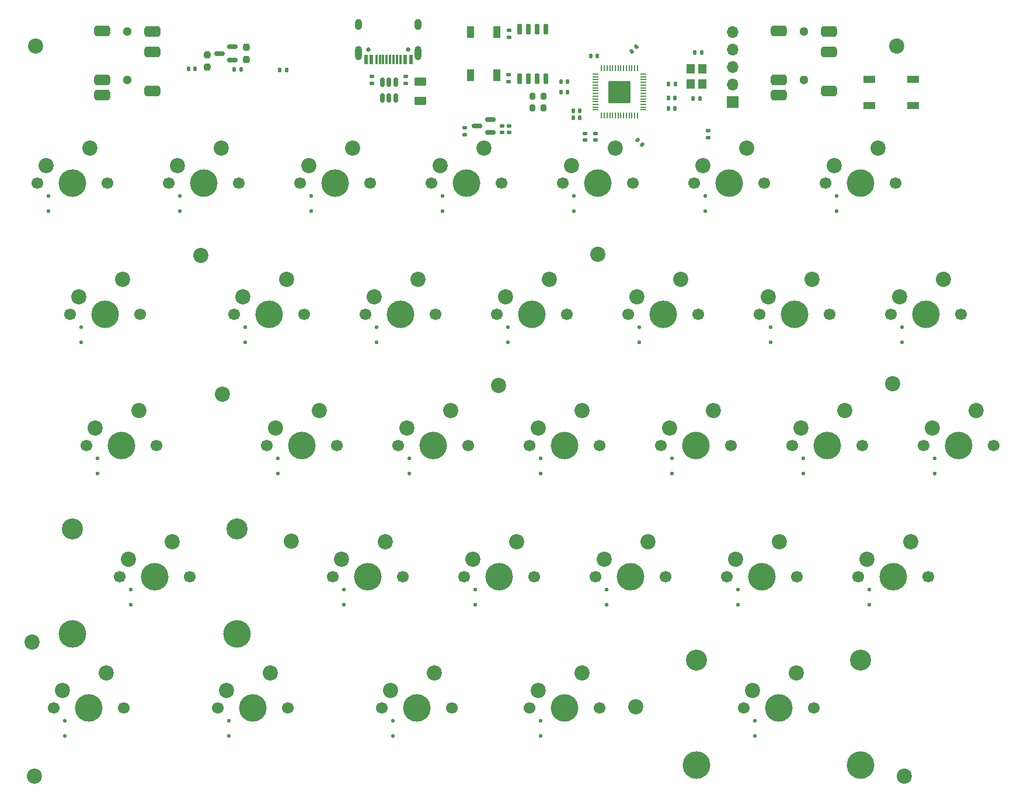
<source format=gbr>
%TF.GenerationSoftware,KiCad,Pcbnew,7.0.9*%
%TF.CreationDate,2024-01-14T19:33:28+01:00*%
%TF.ProjectId,left_pcb,6c656674-5f70-4636-922e-6b696361645f,rev?*%
%TF.SameCoordinates,Original*%
%TF.FileFunction,Soldermask,Bot*%
%TF.FilePolarity,Negative*%
%FSLAX46Y46*%
G04 Gerber Fmt 4.6, Leading zero omitted, Abs format (unit mm)*
G04 Created by KiCad (PCBNEW 7.0.9) date 2024-01-14 19:33:28*
%MOMM*%
%LPD*%
G01*
G04 APERTURE LIST*
G04 Aperture macros list*
%AMRoundRect*
0 Rectangle with rounded corners*
0 $1 Rounding radius*
0 $2 $3 $4 $5 $6 $7 $8 $9 X,Y pos of 4 corners*
0 Add a 4 corners polygon primitive as box body*
4,1,4,$2,$3,$4,$5,$6,$7,$8,$9,$2,$3,0*
0 Add four circle primitives for the rounded corners*
1,1,$1+$1,$2,$3*
1,1,$1+$1,$4,$5*
1,1,$1+$1,$6,$7*
1,1,$1+$1,$8,$9*
0 Add four rect primitives between the rounded corners*
20,1,$1+$1,$2,$3,$4,$5,0*
20,1,$1+$1,$4,$5,$6,$7,0*
20,1,$1+$1,$6,$7,$8,$9,0*
20,1,$1+$1,$8,$9,$2,$3,0*%
G04 Aperture macros list end*
%ADD10C,1.700000*%
%ADD11C,4.000000*%
%ADD12C,2.200000*%
%ADD13R,1.700000X1.700000*%
%ADD14O,1.700000X1.700000*%
%ADD15C,3.050000*%
%ADD16RoundRect,0.125000X0.125000X-0.125000X0.125000X0.125000X-0.125000X0.125000X-0.125000X-0.125000X0*%
%ADD17RoundRect,0.140000X-0.140000X-0.170000X0.140000X-0.170000X0.140000X0.170000X-0.140000X0.170000X0*%
%ADD18RoundRect,0.237500X-0.237500X0.250000X-0.237500X-0.250000X0.237500X-0.250000X0.237500X0.250000X0*%
%ADD19RoundRect,0.140000X-0.170000X0.140000X-0.170000X-0.140000X0.170000X-0.140000X0.170000X0.140000X0*%
%ADD20C,1.300000*%
%ADD21RoundRect,0.400000X0.750000X0.400000X-0.750000X0.400000X-0.750000X-0.400000X0.750000X-0.400000X0*%
%ADD22RoundRect,0.140000X0.140000X0.170000X-0.140000X0.170000X-0.140000X-0.170000X0.140000X-0.170000X0*%
%ADD23RoundRect,0.135000X-0.185000X0.135000X-0.185000X-0.135000X0.185000X-0.135000X0.185000X0.135000X0*%
%ADD24RoundRect,0.150000X0.587500X0.150000X-0.587500X0.150000X-0.587500X-0.150000X0.587500X-0.150000X0*%
%ADD25RoundRect,0.140000X-0.219203X-0.021213X-0.021213X-0.219203X0.219203X0.021213X0.021213X0.219203X0*%
%ADD26RoundRect,0.200000X-0.200000X-0.275000X0.200000X-0.275000X0.200000X0.275000X-0.200000X0.275000X0*%
%ADD27RoundRect,0.140000X0.170000X-0.140000X0.170000X0.140000X-0.170000X0.140000X-0.170000X-0.140000X0*%
%ADD28R,1.700000X1.000000*%
%ADD29C,0.650000*%
%ADD30R,0.600000X1.450000*%
%ADD31R,0.300000X1.450000*%
%ADD32O,1.000000X1.600000*%
%ADD33O,1.000000X2.100000*%
%ADD34R,1.000000X1.700000*%
%ADD35R,1.200000X1.400000*%
%ADD36RoundRect,0.250000X-0.625000X0.375000X-0.625000X-0.375000X0.625000X-0.375000X0.625000X0.375000X0*%
%ADD37RoundRect,0.050000X-0.050000X0.387500X-0.050000X-0.387500X0.050000X-0.387500X0.050000X0.387500X0*%
%ADD38RoundRect,0.050000X-0.387500X0.050000X-0.387500X-0.050000X0.387500X-0.050000X0.387500X0.050000X0*%
%ADD39RoundRect,0.144000X-1.456000X1.456000X-1.456000X-1.456000X1.456000X-1.456000X1.456000X1.456000X0*%
%ADD40RoundRect,0.135000X0.135000X0.185000X-0.135000X0.185000X-0.135000X-0.185000X0.135000X-0.185000X0*%
%ADD41RoundRect,0.150000X-0.150000X0.650000X-0.150000X-0.650000X0.150000X-0.650000X0.150000X0.650000X0*%
%ADD42RoundRect,0.237500X0.237500X-0.250000X0.237500X0.250000X-0.237500X0.250000X-0.237500X-0.250000X0*%
%ADD43RoundRect,0.135000X0.185000X-0.135000X0.185000X0.135000X-0.185000X0.135000X-0.185000X-0.135000X0*%
%ADD44RoundRect,0.140000X0.021213X-0.219203X0.219203X-0.021213X-0.021213X0.219203X-0.219203X0.021213X0*%
%ADD45RoundRect,0.150000X0.150000X-0.512500X0.150000X0.512500X-0.150000X0.512500X-0.150000X-0.512500X0*%
G04 APERTURE END LIST*
D10*
%TO.C,SW12*%
X-10083100Y-62620000D03*
D11*
X-5003100Y-62620000D03*
D10*
X76900Y-62620000D03*
D12*
X-2463100Y-57540000D03*
X-8813100Y-60080000D03*
%TD*%
D13*
%TO.C,J2*%
X43137218Y-31770000D03*
D14*
X43137218Y-29230000D03*
X43137218Y-26690000D03*
X43137218Y-24150000D03*
X43137218Y-21610000D03*
%TD*%
D10*
%TO.C,SW20*%
X13729400Y-119770000D03*
D11*
X18809400Y-119770000D03*
D10*
X23889400Y-119770000D03*
D12*
X21349400Y-114690000D03*
X14999400Y-117230000D03*
%TD*%
D10*
%TO.C,SW31*%
X66116900Y-62620000D03*
D11*
X71196900Y-62620000D03*
D10*
X76276900Y-62620000D03*
D12*
X73736900Y-57540000D03*
X67386900Y-60080000D03*
%TD*%
D10*
%TO.C,SW27*%
X47066900Y-62620000D03*
D11*
X52146900Y-62620000D03*
D10*
X57226900Y-62620000D03*
D12*
X54686900Y-57540000D03*
X48336900Y-60080000D03*
%TD*%
%TO.C,REF\u002A\u002A*%
X68050000Y-129655600D03*
%TD*%
%TO.C,REF\u002A\u002A*%
X-33950000Y-54050000D03*
%TD*%
D15*
%TO.C,SW4*%
X-52547500Y-93720000D03*
D11*
X-52547500Y-108960000D03*
D10*
X-45727500Y-100720000D03*
D11*
X-40647500Y-100720000D03*
D10*
X-35567500Y-100720000D03*
D15*
X-28747500Y-93720000D03*
D11*
X-28747500Y-108960000D03*
D12*
X-38107500Y-95640000D03*
X-44457500Y-98180000D03*
%TD*%
D10*
%TO.C,SW7*%
X-29133100Y-62620000D03*
D11*
X-24053100Y-62620000D03*
D10*
X-18973100Y-62620000D03*
D12*
X-21513100Y-57540000D03*
X-27863100Y-60080000D03*
%TD*%
D10*
%TO.C,SW6*%
X-38658100Y-43570000D03*
D11*
X-33578100Y-43570000D03*
D10*
X-28498100Y-43570000D03*
D12*
X-31038100Y-38490000D03*
X-37388100Y-41030000D03*
%TD*%
D10*
%TO.C,SW26*%
X37541900Y-43570000D03*
D11*
X42621900Y-43570000D03*
D10*
X47701900Y-43570000D03*
D12*
X45161900Y-38490000D03*
X38811900Y-41030000D03*
%TD*%
%TO.C,REF\u002A\u002A*%
X-30800000Y-74200000D03*
%TD*%
D10*
%TO.C,SW29*%
X61354400Y-100720000D03*
D11*
X66434400Y-100720000D03*
D10*
X71514400Y-100720000D03*
D12*
X68974400Y-95640000D03*
X62624400Y-98180000D03*
%TD*%
D10*
%TO.C,SW2*%
X-52945100Y-62620000D03*
D11*
X-47865100Y-62620000D03*
D10*
X-42785100Y-62620000D03*
D12*
X-45325100Y-57540000D03*
X-51675100Y-60080000D03*
%TD*%
D10*
%TO.C,SW15*%
X-7702100Y-119770000D03*
D11*
X-2622100Y-119770000D03*
D10*
X2457900Y-119770000D03*
D12*
X-82100Y-114690000D03*
X-6432100Y-117230000D03*
%TD*%
D10*
%TO.C,SW17*%
X8966900Y-62620000D03*
D11*
X14046900Y-62620000D03*
D10*
X19126900Y-62620000D03*
D12*
X16586900Y-57540000D03*
X10236900Y-60080000D03*
%TD*%
%TO.C,REF\u002A\u002A*%
X29150000Y-119600000D03*
%TD*%
D10*
%TO.C,SW1*%
X-57708100Y-43570000D03*
D11*
X-52628100Y-43570000D03*
D10*
X-47548100Y-43570000D03*
D12*
X-50088100Y-38490000D03*
X-56438100Y-41030000D03*
%TD*%
D10*
%TO.C,SW11*%
X-19608100Y-43570000D03*
D11*
X-14528100Y-43570000D03*
D10*
X-9448100Y-43570000D03*
D12*
X-11988100Y-38490000D03*
X-18338100Y-41030000D03*
%TD*%
D10*
%TO.C,SW21*%
X18491900Y-43570000D03*
D11*
X23571900Y-43570000D03*
D10*
X28651900Y-43570000D03*
D12*
X26111900Y-38490000D03*
X19761900Y-41030000D03*
%TD*%
%TO.C,REF\u002A\u002A*%
X-20800000Y-95550000D03*
%TD*%
%TO.C,REF\u002A\u002A*%
X66999600Y-23655600D03*
%TD*%
%TO.C,REF\u002A\u002A*%
X-58450000Y-110155600D03*
%TD*%
D10*
%TO.C,SW13*%
X-5320600Y-81670000D03*
D11*
X-240600Y-81670000D03*
D10*
X4839400Y-81670000D03*
D12*
X2299400Y-76590000D03*
X-4050600Y-79130000D03*
%TD*%
%TO.C,REF\u002A\u002A*%
X66400000Y-72655600D03*
%TD*%
%TO.C,REF\u002A\u002A*%
X-57950400Y-23655600D03*
%TD*%
D10*
%TO.C,SW10*%
X-31514600Y-119770000D03*
D11*
X-26434600Y-119770000D03*
D10*
X-21354600Y-119770000D03*
D12*
X-23894600Y-114690000D03*
X-30244600Y-117230000D03*
%TD*%
D10*
%TO.C,SW19*%
X23254400Y-100720000D03*
D11*
X28334400Y-100720000D03*
D10*
X33414400Y-100720000D03*
D12*
X30874400Y-95640000D03*
X24524400Y-98180000D03*
%TD*%
D10*
%TO.C,SW18*%
X13729400Y-81670000D03*
D11*
X18809400Y-81670000D03*
D10*
X23889400Y-81670000D03*
D12*
X21349400Y-76590000D03*
X14999400Y-79130000D03*
%TD*%
D10*
%TO.C,SW30*%
X56591900Y-43570000D03*
D11*
X61671900Y-43570000D03*
D10*
X66751900Y-43570000D03*
D12*
X64211900Y-38490000D03*
X57861900Y-41030000D03*
%TD*%
D10*
%TO.C,SW9*%
X-14845600Y-100720000D03*
D11*
X-9765600Y-100720000D03*
D10*
X-4685600Y-100720000D03*
D12*
X-7225600Y-95640000D03*
X-13575600Y-98180000D03*
%TD*%
D10*
%TO.C,SW16*%
X-558100Y-43570000D03*
D11*
X4521900Y-43570000D03*
D10*
X9601900Y-43570000D03*
D12*
X7061900Y-38490000D03*
X711900Y-41030000D03*
%TD*%
D10*
%TO.C,SW22*%
X28016900Y-62620000D03*
D11*
X33096900Y-62620000D03*
D10*
X38176900Y-62620000D03*
D12*
X35636900Y-57540000D03*
X29286900Y-60080000D03*
%TD*%
D15*
%TO.C,SW25*%
X37940000Y-112770000D03*
D11*
X37940000Y-128010000D03*
D10*
X44760000Y-119770000D03*
D11*
X49840000Y-119770000D03*
D10*
X54920000Y-119770000D03*
D15*
X61740000Y-112770000D03*
D11*
X61740000Y-128010000D03*
D12*
X52380000Y-114690000D03*
X46030000Y-117230000D03*
%TD*%
D10*
%TO.C,SW28*%
X51829400Y-81670000D03*
D11*
X56909400Y-81670000D03*
D10*
X61989400Y-81670000D03*
D12*
X59449400Y-76590000D03*
X53099400Y-79130000D03*
%TD*%
D10*
%TO.C,SW23*%
X32779400Y-81670000D03*
D11*
X37859400Y-81670000D03*
D10*
X42939400Y-81670000D03*
D12*
X40399400Y-76590000D03*
X34049400Y-79130000D03*
%TD*%
%TO.C,REF\u002A\u002A*%
X-58050400Y-129655600D03*
%TD*%
D10*
%TO.C,SW8*%
X-24370600Y-81670000D03*
D11*
X-19290600Y-81670000D03*
D10*
X-14210600Y-81670000D03*
D12*
X-16750600Y-76590000D03*
X-23100600Y-79130000D03*
%TD*%
%TO.C,REF\u002A\u002A*%
X23600000Y-53850000D03*
%TD*%
D10*
%TO.C,SW24*%
X42304400Y-100720000D03*
D11*
X47384400Y-100720000D03*
D10*
X52464400Y-100720000D03*
D12*
X49924400Y-95640000D03*
X43574400Y-98180000D03*
%TD*%
D10*
%TO.C,SW32*%
X70879400Y-81670000D03*
D11*
X75959400Y-81670000D03*
D10*
X81039400Y-81670000D03*
D12*
X78499400Y-76590000D03*
X72149400Y-79130000D03*
%TD*%
D10*
%TO.C,SW14*%
X4204400Y-100720000D03*
D11*
X9284400Y-100720000D03*
D10*
X14364400Y-100720000D03*
D12*
X11824400Y-95640000D03*
X5474400Y-98180000D03*
%TD*%
D10*
%TO.C,SW5*%
X-55327100Y-119770000D03*
D11*
X-50247100Y-119770000D03*
D10*
X-45167100Y-119770000D03*
D12*
X-47707100Y-114690000D03*
X-54057100Y-117230000D03*
%TD*%
D10*
%TO.C,SW3*%
X-50564100Y-81670000D03*
D11*
X-45484100Y-81670000D03*
D10*
X-40404100Y-81670000D03*
D12*
X-42944100Y-76590000D03*
X-49294100Y-79130000D03*
%TD*%
%TO.C,REF\u002A\u002A*%
X9200000Y-72900000D03*
%TD*%
D16*
%TO.C,D31*%
X67736900Y-66640000D03*
X67736900Y-64440000D03*
%TD*%
%TO.C,D22*%
X29636900Y-66640000D03*
X29636900Y-64440000D03*
%TD*%
D17*
%TO.C,C6*%
X33858250Y-32713000D03*
X34818250Y-32713000D03*
%TD*%
D16*
%TO.C,D2*%
X-51325100Y-66640000D03*
X-51325100Y-64440000D03*
%TD*%
%TO.C,D32*%
X72499400Y-85690000D03*
X72499400Y-83490000D03*
%TD*%
D18*
%TO.C,R8*%
X-27350000Y-23787500D03*
X-27350000Y-25612500D03*
%TD*%
D16*
%TO.C,D14*%
X5824400Y-104740000D03*
X5824400Y-102540000D03*
%TD*%
%TO.C,D19*%
X24874400Y-104740000D03*
X24874400Y-102540000D03*
%TD*%
%TO.C,D15*%
X-6082100Y-123790000D03*
X-6082100Y-121590000D03*
%TD*%
D19*
%TO.C,C9*%
X23289250Y-36297000D03*
X23289250Y-37257000D03*
%TD*%
D20*
%TO.C,J3*%
X-44600000Y-28550000D03*
X-44600000Y-21550000D03*
D21*
X-40950000Y-30150000D03*
X-40950000Y-24450000D03*
X-48250000Y-21450000D03*
X-40950000Y-21550000D03*
X-48250000Y-30750000D03*
X-48250000Y-28550000D03*
%TD*%
D16*
%TO.C,D8*%
X-22750600Y-85690000D03*
X-22750600Y-83490000D03*
%TD*%
D22*
%TO.C,C13*%
X19197250Y-30300000D03*
X18237250Y-30300000D03*
%TD*%
D16*
%TO.C,D26*%
X39161900Y-47590000D03*
X39161900Y-45390000D03*
%TD*%
%TO.C,D20*%
X15349400Y-123790000D03*
X15349400Y-121590000D03*
%TD*%
D22*
%TO.C,C5*%
X19197250Y-28776000D03*
X18237250Y-28776000D03*
%TD*%
D19*
%TO.C,C14*%
X21765250Y-36297000D03*
X21765250Y-37257000D03*
%TD*%
D16*
%TO.C,D24*%
X43924400Y-104740000D03*
X43924400Y-102540000D03*
%TD*%
D17*
%TO.C,C10*%
X33858250Y-31189000D03*
X34818250Y-31189000D03*
%TD*%
D23*
%TO.C,R2*%
X39637218Y-35932700D03*
X39637218Y-36952700D03*
%TD*%
D22*
%TO.C,C8*%
X20991018Y-34081750D03*
X20031018Y-34081750D03*
%TD*%
D16*
%TO.C,D18*%
X15349400Y-85690000D03*
X15349400Y-83490000D03*
%TD*%
D23*
%TO.C,R4*%
X-4214032Y-28014575D03*
X-4214032Y-29034575D03*
%TD*%
D24*
%TO.C,Q1*%
X-29350000Y-23750000D03*
X-29350000Y-25650000D03*
X-31225000Y-24700000D03*
%TD*%
D25*
%TO.C,C11*%
X29331482Y-37266589D03*
X30010304Y-37945411D03*
%TD*%
D26*
%TO.C,R6*%
X14113893Y-32600000D03*
X15763893Y-32600000D03*
%TD*%
D16*
%TO.C,D17*%
X10586900Y-66640000D03*
X10586900Y-64440000D03*
%TD*%
D20*
%TO.C,J4*%
X53500000Y-28550000D03*
X53500000Y-21550000D03*
D21*
X57150000Y-30150000D03*
X57150000Y-24450000D03*
X49850000Y-21450000D03*
X57150000Y-21550000D03*
X49850000Y-30750000D03*
X49850000Y-28550000D03*
%TD*%
D23*
%TO.C,R3*%
X-9167032Y-28014575D03*
X-9167032Y-29034575D03*
%TD*%
D27*
%TO.C,C16*%
X4268018Y-36467250D03*
X4268018Y-35507250D03*
%TD*%
D16*
%TO.C,D29*%
X62974400Y-104740000D03*
X62974400Y-102540000D03*
%TD*%
D17*
%TO.C,C19*%
X-29100000Y-27050000D03*
X-28140000Y-27050000D03*
%TD*%
D16*
%TO.C,D12*%
X-8463100Y-66640000D03*
X-8463100Y-64440000D03*
%TD*%
%TO.C,D30*%
X58211900Y-47590000D03*
X58211900Y-45390000D03*
%TD*%
D28*
%TO.C,SW_RESET1*%
X69300000Y-28450000D03*
X63000000Y-28450000D03*
X69300000Y-32250000D03*
X63000000Y-32250000D03*
%TD*%
D16*
%TO.C,D4*%
X-44107500Y-104740000D03*
X-44107500Y-102540000D03*
%TD*%
D17*
%TO.C,C2*%
X37684018Y-24585000D03*
X38644018Y-24585000D03*
%TD*%
D29*
%TO.C,J1*%
X-9644032Y-24155450D03*
X-3864032Y-24155450D03*
D30*
X-10004032Y-25600450D03*
X-9204032Y-25600450D03*
D31*
X-8004032Y-25600450D03*
X-7004032Y-25600450D03*
X-6504032Y-25600450D03*
X-5504032Y-25600450D03*
D30*
X-4304032Y-25600450D03*
X-3504032Y-25600450D03*
X-3504032Y-25600450D03*
X-4304032Y-25600450D03*
D31*
X-5004032Y-25600450D03*
X-6004032Y-25600450D03*
X-7504032Y-25600450D03*
X-8504032Y-25600450D03*
D30*
X-9204032Y-25600450D03*
X-10004032Y-25600450D03*
D32*
X-11074032Y-20505450D03*
D33*
X-11074032Y-24685450D03*
D32*
X-2434032Y-20505450D03*
D33*
X-2434032Y-24685450D03*
%TD*%
D34*
%TO.C,SW_BOOT1*%
X5137218Y-21582700D03*
X5137218Y-27882700D03*
X8937218Y-21582700D03*
X8937218Y-27882700D03*
%TD*%
D16*
%TO.C,D5*%
X-53707100Y-123790000D03*
X-53707100Y-121590000D03*
%TD*%
D24*
%TO.C,U4*%
X7999518Y-34275250D03*
X7999518Y-36175250D03*
X6124518Y-35225250D03*
%TD*%
D16*
%TO.C,D21*%
X20111900Y-47590000D03*
X20111900Y-45390000D03*
%TD*%
D35*
%TO.C,Y1*%
X37044250Y-29114000D03*
X37044250Y-26914000D03*
X38744250Y-26914000D03*
X38744250Y-29114000D03*
%TD*%
D16*
%TO.C,D25*%
X46380000Y-123790000D03*
X46380000Y-121590000D03*
%TD*%
D36*
%TO.C,F1*%
X-2162782Y-28832700D03*
X-2162782Y-31632700D03*
%TD*%
D22*
%TO.C,C3*%
X38390018Y-31287750D03*
X37430018Y-31287750D03*
%TD*%
D27*
%TO.C,C1*%
X10647218Y-28769700D03*
X10647218Y-27809700D03*
%TD*%
D16*
%TO.C,D27*%
X48686900Y-66640000D03*
X48686900Y-64440000D03*
%TD*%
%TO.C,D11*%
X-17988100Y-47590000D03*
X-17988100Y-45390000D03*
%TD*%
%TO.C,D23*%
X34399400Y-85690000D03*
X34399400Y-83490000D03*
%TD*%
D37*
%TO.C,U3*%
X24150000Y-26862500D03*
X24550000Y-26862500D03*
X24950000Y-26862500D03*
X25350000Y-26862500D03*
X25750000Y-26862500D03*
X26150000Y-26862500D03*
X26550000Y-26862500D03*
X26950000Y-26862500D03*
X27350000Y-26862500D03*
X27750000Y-26862500D03*
X28150000Y-26862500D03*
X28550000Y-26862500D03*
X28950000Y-26862500D03*
X29350000Y-26862500D03*
D38*
X30187500Y-27700000D03*
X30187500Y-28100000D03*
X30187500Y-28500000D03*
X30187500Y-28900000D03*
X30187500Y-29300000D03*
X30187500Y-29700000D03*
X30187500Y-30100000D03*
X30187500Y-30500000D03*
X30187500Y-30900000D03*
X30187500Y-31300000D03*
X30187500Y-31700000D03*
X30187500Y-32100000D03*
X30187500Y-32500000D03*
X30187500Y-32900000D03*
D37*
X29350000Y-33737500D03*
X28950000Y-33737500D03*
X28550000Y-33737500D03*
X28150000Y-33737500D03*
X27750000Y-33737500D03*
X27350000Y-33737500D03*
X26950000Y-33737500D03*
X26550000Y-33737500D03*
X26150000Y-33737500D03*
X25750000Y-33737500D03*
X25350000Y-33737500D03*
X24950000Y-33737500D03*
X24550000Y-33737500D03*
X24150000Y-33737500D03*
D38*
X23312500Y-32900000D03*
X23312500Y-32500000D03*
X23312500Y-32100000D03*
X23312500Y-31700000D03*
X23312500Y-31300000D03*
X23312500Y-30900000D03*
X23312500Y-30500000D03*
X23312500Y-30100000D03*
X23312500Y-29700000D03*
X23312500Y-29300000D03*
X23312500Y-28900000D03*
X23312500Y-28500000D03*
X23312500Y-28100000D03*
X23312500Y-27700000D03*
D39*
X26750000Y-30300000D03*
%TD*%
D19*
%TO.C,C17*%
X10747893Y-35221000D03*
X10747893Y-36181000D03*
%TD*%
D40*
%TO.C,R7*%
X34848250Y-29157000D03*
X33828250Y-29157000D03*
%TD*%
D41*
%TO.C,U1*%
X12297218Y-21212700D03*
X13567218Y-21212700D03*
X14837218Y-21212700D03*
X16107218Y-21212700D03*
X16107218Y-28412700D03*
X14837218Y-28412700D03*
X13567218Y-28412700D03*
X12297218Y-28412700D03*
%TD*%
D16*
%TO.C,D7*%
X-27513100Y-66640000D03*
X-27513100Y-64440000D03*
%TD*%
D42*
%TO.C,R9*%
X-33000000Y-26700000D03*
X-33000000Y-24875000D03*
%TD*%
D27*
%TO.C,C7*%
X9731893Y-36181000D03*
X9731893Y-35221000D03*
%TD*%
D16*
%TO.C,D9*%
X-13225600Y-104740000D03*
X-13225600Y-102540000D03*
%TD*%
%TO.C,D1*%
X-56088100Y-47590000D03*
X-56088100Y-45390000D03*
%TD*%
D22*
%TO.C,C15*%
X23531018Y-25064750D03*
X22571018Y-25064750D03*
%TD*%
%TO.C,C4*%
X20991018Y-33065750D03*
X20031018Y-33065750D03*
%TD*%
D16*
%TO.C,D6*%
X-37038100Y-47590000D03*
X-37038100Y-45390000D03*
%TD*%
D26*
%TO.C,R5*%
X14113893Y-30949000D03*
X15763893Y-30949000D03*
%TD*%
D43*
%TO.C,R1*%
X10737218Y-22342700D03*
X10737218Y-21322700D03*
%TD*%
D44*
%TO.C,C12*%
X28553607Y-24388161D03*
X29232429Y-23709339D03*
%TD*%
D17*
%TO.C,C18*%
X-35730000Y-26950000D03*
X-34770000Y-26950000D03*
%TD*%
D16*
%TO.C,D10*%
X-29894600Y-123790000D03*
X-29894600Y-121590000D03*
%TD*%
D17*
%TO.C,C20*%
X-22510000Y-27100000D03*
X-21550000Y-27100000D03*
%TD*%
D16*
%TO.C,D16*%
X1061900Y-47590000D03*
X1061900Y-45390000D03*
%TD*%
%TO.C,D28*%
X53449400Y-85690000D03*
X53449400Y-83490000D03*
%TD*%
%TO.C,D13*%
X-3700600Y-85690000D03*
X-3700600Y-83490000D03*
%TD*%
%TO.C,D3*%
X-48944100Y-85690000D03*
X-48944100Y-83490000D03*
%TD*%
D45*
%TO.C,U2*%
X-5708782Y-31170200D03*
X-6658782Y-31170200D03*
X-7608782Y-31170200D03*
X-7608782Y-28895200D03*
X-6658782Y-28895200D03*
X-5708782Y-28895200D03*
%TD*%
M02*

</source>
